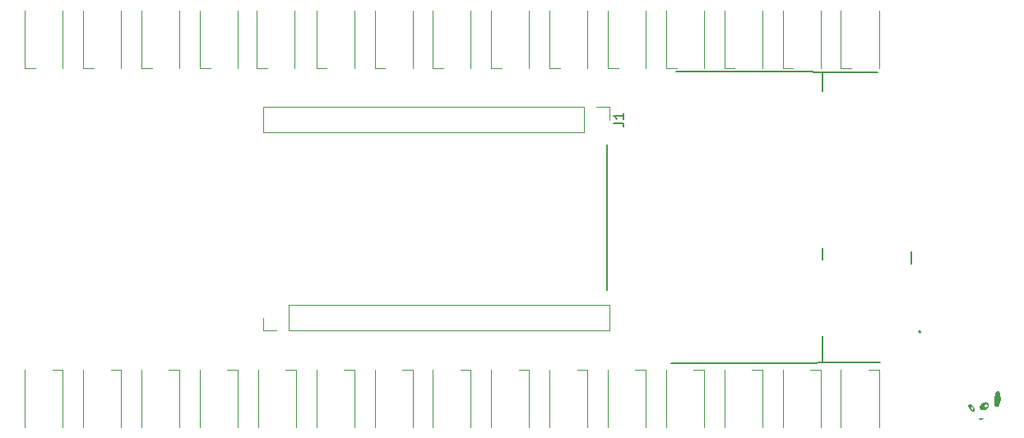
<source format=gbr>
G04 #@! TF.GenerationSoftware,KiCad,Pcbnew,5.1.2-f72e74a~84~ubuntu18.04.1*
G04 #@! TF.CreationDate,2019-08-10T16:00:54+02:00*
G04 #@! TF.ProjectId,roboy_2.0_forarm_shield,726f626f-795f-4322-9e30-5f666f726172,rev?*
G04 #@! TF.SameCoordinates,Original*
G04 #@! TF.FileFunction,Legend,Top*
G04 #@! TF.FilePolarity,Positive*
%FSLAX46Y46*%
G04 Gerber Fmt 4.6, Leading zero omitted, Abs format (unit mm)*
G04 Created by KiCad (PCBNEW 5.1.2-f72e74a~84~ubuntu18.04.1) date 2019-08-10 16:00:54*
%MOMM*%
%LPD*%
G04 APERTURE LIST*
%ADD10C,0.010000*%
%ADD11C,0.060000*%
%ADD12C,0.127000*%
%ADD13C,0.200000*%
%ADD14C,0.120000*%
%ADD15C,0.150000*%
G04 APERTURE END LIST*
D10*
G36*
X187918423Y-106401777D02*
G01*
X187956263Y-106405066D01*
X187976759Y-106408897D01*
X188028390Y-106425874D01*
X188073060Y-106449654D01*
X188110646Y-106479527D01*
X188141024Y-106514781D01*
X188164071Y-106554703D01*
X188179661Y-106598583D01*
X188187672Y-106645708D01*
X188187980Y-106695366D01*
X188180461Y-106746846D01*
X188164990Y-106799436D01*
X188141445Y-106852424D01*
X188109701Y-106905099D01*
X188071669Y-106954398D01*
X188022024Y-107005506D01*
X187967034Y-107050255D01*
X187907863Y-107088142D01*
X187845678Y-107118666D01*
X187781645Y-107141325D01*
X187716929Y-107155617D01*
X187652695Y-107161041D01*
X187598218Y-107158169D01*
X187543393Y-107147107D01*
X187494297Y-107128036D01*
X187451371Y-107101148D01*
X187432887Y-107085333D01*
X187401140Y-107051436D01*
X187378000Y-107016962D01*
X187362118Y-106979320D01*
X187352141Y-106935916D01*
X187350986Y-106928145D01*
X187348426Y-106873755D01*
X187355286Y-106818691D01*
X187370934Y-106763752D01*
X187384275Y-106733475D01*
X187749164Y-106733475D01*
X187751545Y-106755112D01*
X187764506Y-106799304D01*
X187785689Y-106838657D01*
X187814198Y-106872122D01*
X187849137Y-106898653D01*
X187889610Y-106917204D01*
X187890453Y-106917481D01*
X187910411Y-106921460D01*
X187937461Y-106923152D01*
X187955684Y-106922976D01*
X187979938Y-106921571D01*
X187998324Y-106918634D01*
X188015122Y-106913176D01*
X188032690Y-106905155D01*
X188069679Y-106881788D01*
X188100282Y-106851948D01*
X188123754Y-106817048D01*
X188139349Y-106778504D01*
X188146322Y-106737728D01*
X188143925Y-106696134D01*
X188143670Y-106694722D01*
X188130966Y-106652824D01*
X188109644Y-106614438D01*
X188080985Y-106581215D01*
X188046270Y-106554806D01*
X188027445Y-106544858D01*
X187997518Y-106535350D01*
X187962396Y-106530786D01*
X187925790Y-106531225D01*
X187891413Y-106536724D01*
X187873531Y-106542426D01*
X187838383Y-106561486D01*
X187807691Y-106587944D01*
X187782440Y-106620087D01*
X187763613Y-106656199D01*
X187752193Y-106694567D01*
X187749164Y-106733475D01*
X187384275Y-106733475D01*
X187394736Y-106709736D01*
X187426061Y-106657441D01*
X187464274Y-106607666D01*
X187508745Y-106561207D01*
X187558840Y-106518864D01*
X187613926Y-106481434D01*
X187673370Y-106449716D01*
X187736541Y-106424507D01*
X187754886Y-106418701D01*
X187791263Y-106410238D01*
X187832757Y-106404503D01*
X187876199Y-106401636D01*
X187918423Y-106401777D01*
X187918423Y-106401777D01*
G37*
X187918423Y-106401777D02*
X187956263Y-106405066D01*
X187976759Y-106408897D01*
X188028390Y-106425874D01*
X188073060Y-106449654D01*
X188110646Y-106479527D01*
X188141024Y-106514781D01*
X188164071Y-106554703D01*
X188179661Y-106598583D01*
X188187672Y-106645708D01*
X188187980Y-106695366D01*
X188180461Y-106746846D01*
X188164990Y-106799436D01*
X188141445Y-106852424D01*
X188109701Y-106905099D01*
X188071669Y-106954398D01*
X188022024Y-107005506D01*
X187967034Y-107050255D01*
X187907863Y-107088142D01*
X187845678Y-107118666D01*
X187781645Y-107141325D01*
X187716929Y-107155617D01*
X187652695Y-107161041D01*
X187598218Y-107158169D01*
X187543393Y-107147107D01*
X187494297Y-107128036D01*
X187451371Y-107101148D01*
X187432887Y-107085333D01*
X187401140Y-107051436D01*
X187378000Y-107016962D01*
X187362118Y-106979320D01*
X187352141Y-106935916D01*
X187350986Y-106928145D01*
X187348426Y-106873755D01*
X187355286Y-106818691D01*
X187370934Y-106763752D01*
X187384275Y-106733475D01*
X187749164Y-106733475D01*
X187751545Y-106755112D01*
X187764506Y-106799304D01*
X187785689Y-106838657D01*
X187814198Y-106872122D01*
X187849137Y-106898653D01*
X187889610Y-106917204D01*
X187890453Y-106917481D01*
X187910411Y-106921460D01*
X187937461Y-106923152D01*
X187955684Y-106922976D01*
X187979938Y-106921571D01*
X187998324Y-106918634D01*
X188015122Y-106913176D01*
X188032690Y-106905155D01*
X188069679Y-106881788D01*
X188100282Y-106851948D01*
X188123754Y-106817048D01*
X188139349Y-106778504D01*
X188146322Y-106737728D01*
X188143925Y-106696134D01*
X188143670Y-106694722D01*
X188130966Y-106652824D01*
X188109644Y-106614438D01*
X188080985Y-106581215D01*
X188046270Y-106554806D01*
X188027445Y-106544858D01*
X187997518Y-106535350D01*
X187962396Y-106530786D01*
X187925790Y-106531225D01*
X187891413Y-106536724D01*
X187873531Y-106542426D01*
X187838383Y-106561486D01*
X187807691Y-106587944D01*
X187782440Y-106620087D01*
X187763613Y-106656199D01*
X187752193Y-106694567D01*
X187749164Y-106733475D01*
X187384275Y-106733475D01*
X187394736Y-106709736D01*
X187426061Y-106657441D01*
X187464274Y-106607666D01*
X187508745Y-106561207D01*
X187558840Y-106518864D01*
X187613926Y-106481434D01*
X187673370Y-106449716D01*
X187736541Y-106424507D01*
X187754886Y-106418701D01*
X187791263Y-106410238D01*
X187832757Y-106404503D01*
X187876199Y-106401636D01*
X187918423Y-106401777D01*
G36*
X186293665Y-106592400D02*
G01*
X186311199Y-106594815D01*
X186327879Y-106600076D01*
X186346678Y-106608404D01*
X186396544Y-106636810D01*
X186446028Y-106674026D01*
X186494186Y-106718713D01*
X186540077Y-106769536D01*
X186582757Y-106825158D01*
X186621285Y-106884244D01*
X186654717Y-106945456D01*
X186682112Y-107007459D01*
X186702526Y-107068917D01*
X186715018Y-107128492D01*
X186715381Y-107131129D01*
X186718149Y-107174196D01*
X186714456Y-107212257D01*
X186704593Y-107244427D01*
X186688853Y-107269822D01*
X186667525Y-107287556D01*
X186663187Y-107289832D01*
X186635219Y-107298318D01*
X186603409Y-107299581D01*
X186571189Y-107293488D01*
X186570740Y-107293346D01*
X186527203Y-107275057D01*
X186482270Y-107247842D01*
X186436881Y-107212665D01*
X186391976Y-107170487D01*
X186348495Y-107122272D01*
X186307378Y-107068982D01*
X186269565Y-107011579D01*
X186235996Y-106951026D01*
X186235540Y-106950119D01*
X186210181Y-106895845D01*
X186201711Y-106873574D01*
X186355284Y-106873574D01*
X186355543Y-106901315D01*
X186358121Y-106929311D01*
X186362567Y-106952702D01*
X186372407Y-106982865D01*
X186386999Y-107017156D01*
X186404535Y-107051944D01*
X186423208Y-107083596D01*
X186438382Y-107105022D01*
X186469895Y-107140806D01*
X186501152Y-107168895D01*
X186531506Y-107189000D01*
X186560309Y-107200834D01*
X186586913Y-107204109D01*
X186610670Y-107198538D01*
X186626133Y-107188466D01*
X186640767Y-107171999D01*
X186650019Y-107152003D01*
X186654606Y-107126313D01*
X186655402Y-107100316D01*
X186651584Y-107061085D01*
X186641587Y-107020767D01*
X186626265Y-106980451D01*
X186606466Y-106941228D01*
X186583042Y-106904188D01*
X186556844Y-106870421D01*
X186528723Y-106841018D01*
X186499529Y-106817069D01*
X186470113Y-106799664D01*
X186441326Y-106789894D01*
X186414019Y-106788849D01*
X186412521Y-106789075D01*
X186390226Y-106797610D01*
X186371870Y-106814429D01*
X186361805Y-106831686D01*
X186357365Y-106849295D01*
X186355284Y-106873574D01*
X186201711Y-106873574D01*
X186191505Y-106846742D01*
X186178956Y-106800850D01*
X186171980Y-106756209D01*
X186170024Y-106718820D01*
X186170147Y-106693734D01*
X186171356Y-106675780D01*
X186174108Y-106661950D01*
X186178861Y-106649235D01*
X186181443Y-106643751D01*
X186192212Y-106626421D01*
X186205671Y-106610733D01*
X186211471Y-106605651D01*
X186221774Y-106598608D01*
X186231873Y-106594452D01*
X186244939Y-106592443D01*
X186264145Y-106591838D01*
X186270641Y-106591820D01*
X186293665Y-106592400D01*
X186293665Y-106592400D01*
G37*
X186293665Y-106592400D02*
X186311199Y-106594815D01*
X186327879Y-106600076D01*
X186346678Y-106608404D01*
X186396544Y-106636810D01*
X186446028Y-106674026D01*
X186494186Y-106718713D01*
X186540077Y-106769536D01*
X186582757Y-106825158D01*
X186621285Y-106884244D01*
X186654717Y-106945456D01*
X186682112Y-107007459D01*
X186702526Y-107068917D01*
X186715018Y-107128492D01*
X186715381Y-107131129D01*
X186718149Y-107174196D01*
X186714456Y-107212257D01*
X186704593Y-107244427D01*
X186688853Y-107269822D01*
X186667525Y-107287556D01*
X186663187Y-107289832D01*
X186635219Y-107298318D01*
X186603409Y-107299581D01*
X186571189Y-107293488D01*
X186570740Y-107293346D01*
X186527203Y-107275057D01*
X186482270Y-107247842D01*
X186436881Y-107212665D01*
X186391976Y-107170487D01*
X186348495Y-107122272D01*
X186307378Y-107068982D01*
X186269565Y-107011579D01*
X186235996Y-106951026D01*
X186235540Y-106950119D01*
X186210181Y-106895845D01*
X186201711Y-106873574D01*
X186355284Y-106873574D01*
X186355543Y-106901315D01*
X186358121Y-106929311D01*
X186362567Y-106952702D01*
X186372407Y-106982865D01*
X186386999Y-107017156D01*
X186404535Y-107051944D01*
X186423208Y-107083596D01*
X186438382Y-107105022D01*
X186469895Y-107140806D01*
X186501152Y-107168895D01*
X186531506Y-107189000D01*
X186560309Y-107200834D01*
X186586913Y-107204109D01*
X186610670Y-107198538D01*
X186626133Y-107188466D01*
X186640767Y-107171999D01*
X186650019Y-107152003D01*
X186654606Y-107126313D01*
X186655402Y-107100316D01*
X186651584Y-107061085D01*
X186641587Y-107020767D01*
X186626265Y-106980451D01*
X186606466Y-106941228D01*
X186583042Y-106904188D01*
X186556844Y-106870421D01*
X186528723Y-106841018D01*
X186499529Y-106817069D01*
X186470113Y-106799664D01*
X186441326Y-106789894D01*
X186414019Y-106788849D01*
X186412521Y-106789075D01*
X186390226Y-106797610D01*
X186371870Y-106814429D01*
X186361805Y-106831686D01*
X186357365Y-106849295D01*
X186355284Y-106873574D01*
X186201711Y-106873574D01*
X186191505Y-106846742D01*
X186178956Y-106800850D01*
X186171980Y-106756209D01*
X186170024Y-106718820D01*
X186170147Y-106693734D01*
X186171356Y-106675780D01*
X186174108Y-106661950D01*
X186178861Y-106649235D01*
X186181443Y-106643751D01*
X186192212Y-106626421D01*
X186205671Y-106610733D01*
X186211471Y-106605651D01*
X186221774Y-106598608D01*
X186231873Y-106594452D01*
X186244939Y-106592443D01*
X186264145Y-106591838D01*
X186270641Y-106591820D01*
X186293665Y-106592400D01*
D11*
G36*
X187624692Y-108031830D02*
G01*
X187628884Y-108037238D01*
X187629842Y-108045434D01*
X187625424Y-108050854D01*
X187613375Y-108058710D01*
X187595655Y-108068093D01*
X187574225Y-108078090D01*
X187551046Y-108087791D01*
X187528078Y-108096284D01*
X187507282Y-108102659D01*
X187505917Y-108103013D01*
X187462856Y-108110486D01*
X187414361Y-108112860D01*
X187363785Y-108110138D01*
X187317500Y-108102965D01*
X187290200Y-108097186D01*
X187271309Y-108092973D01*
X187259286Y-108089840D01*
X187252588Y-108087302D01*
X187249673Y-108084876D01*
X187248999Y-108082076D01*
X187248997Y-108081433D01*
X187250026Y-108073727D01*
X187253898Y-108069084D01*
X187262140Y-108067369D01*
X187276276Y-108068449D01*
X187297832Y-108072190D01*
X187314960Y-108075657D01*
X187373922Y-108085109D01*
X187427388Y-108087441D01*
X187477312Y-108082442D01*
X187525646Y-108069901D01*
X187574342Y-108049609D01*
X187579221Y-108047188D01*
X187601207Y-108036758D01*
X187615915Y-108031654D01*
X187624692Y-108031830D01*
X187624692Y-108031830D01*
G37*
X187624692Y-108031830D02*
X187628884Y-108037238D01*
X187629842Y-108045434D01*
X187625424Y-108050854D01*
X187613375Y-108058710D01*
X187595655Y-108068093D01*
X187574225Y-108078090D01*
X187551046Y-108087791D01*
X187528078Y-108096284D01*
X187507282Y-108102659D01*
X187505917Y-108103013D01*
X187462856Y-108110486D01*
X187414361Y-108112860D01*
X187363785Y-108110138D01*
X187317500Y-108102965D01*
X187290200Y-108097186D01*
X187271309Y-108092973D01*
X187259286Y-108089840D01*
X187252588Y-108087302D01*
X187249673Y-108084876D01*
X187248999Y-108082076D01*
X187248997Y-108081433D01*
X187250026Y-108073727D01*
X187253898Y-108069084D01*
X187262140Y-108067369D01*
X187276276Y-108068449D01*
X187297832Y-108072190D01*
X187314960Y-108075657D01*
X187373922Y-108085109D01*
X187427388Y-108087441D01*
X187477312Y-108082442D01*
X187525646Y-108069901D01*
X187574342Y-108049609D01*
X187579221Y-108047188D01*
X187601207Y-108036758D01*
X187615915Y-108031654D01*
X187624692Y-108031830D01*
D10*
G36*
X189178201Y-105229738D02*
G01*
X189198348Y-105231965D01*
X189215863Y-105235564D01*
X189231188Y-105241308D01*
X189244766Y-105249971D01*
X189257039Y-105262324D01*
X189268450Y-105279140D01*
X189279440Y-105301193D01*
X189290453Y-105329255D01*
X189301931Y-105364099D01*
X189314316Y-105406498D01*
X189328050Y-105457225D01*
X189343577Y-105517052D01*
X189344299Y-105519867D01*
X189361506Y-105592474D01*
X189375540Y-105664276D01*
X189386689Y-105737443D01*
X189395238Y-105814150D01*
X189401474Y-105896569D01*
X189405609Y-105984760D01*
X189406717Y-106018405D01*
X189407222Y-106044525D01*
X189406933Y-106065749D01*
X189405658Y-106084703D01*
X189403208Y-106104014D01*
X189399391Y-106126309D01*
X189394016Y-106154217D01*
X189392872Y-106160020D01*
X189376391Y-106238711D01*
X189358865Y-106313406D01*
X189340546Y-106383339D01*
X189321687Y-106447741D01*
X189302541Y-106505845D01*
X189283359Y-106556882D01*
X189264394Y-106600085D01*
X189245900Y-106634686D01*
X189228657Y-106659293D01*
X189217953Y-106672749D01*
X189203677Y-106691717D01*
X189187975Y-106713311D01*
X189177487Y-106728152D01*
X189151986Y-106762275D01*
X189128222Y-106789201D01*
X189106922Y-106808184D01*
X189089823Y-106818106D01*
X189077848Y-106820698D01*
X189060149Y-106822358D01*
X189045639Y-106822712D01*
X189029049Y-106821866D01*
X189013769Y-106819024D01*
X188996746Y-106813303D01*
X188974929Y-106803818D01*
X188965960Y-106799618D01*
X188943192Y-106787894D01*
X188921706Y-106775181D01*
X188904652Y-106763418D01*
X188898199Y-106757955D01*
X188875298Y-106729710D01*
X188855228Y-106691883D01*
X188837972Y-106644420D01*
X188823507Y-106587269D01*
X188814959Y-106541020D01*
X188812442Y-106523764D01*
X188810422Y-106505587D01*
X188808848Y-106485174D01*
X188807672Y-106461208D01*
X188806843Y-106432375D01*
X188806312Y-106397359D01*
X188806029Y-106354844D01*
X188805945Y-106303516D01*
X188805945Y-106302260D01*
X188806068Y-106245778D01*
X188806514Y-106197431D01*
X188807403Y-106155192D01*
X188808857Y-106117037D01*
X188810997Y-106080942D01*
X188813942Y-106044882D01*
X188817814Y-106006833D01*
X188822734Y-105964769D01*
X188828823Y-105916667D01*
X188829068Y-105914778D01*
X188838126Y-105857754D01*
X188850976Y-105795299D01*
X188867031Y-105729301D01*
X188885706Y-105661648D01*
X188906413Y-105594227D01*
X188928565Y-105528927D01*
X188951577Y-105467635D01*
X188974862Y-105412239D01*
X188997832Y-105364626D01*
X189003030Y-105354937D01*
X189030897Y-105310835D01*
X189061983Y-105273517D01*
X189062588Y-105272896D01*
X189085380Y-105251619D01*
X189106068Y-105237902D01*
X189127763Y-105230583D01*
X189153575Y-105228502D01*
X189178201Y-105229738D01*
X189178201Y-105229738D01*
G37*
X189178201Y-105229738D02*
X189198348Y-105231965D01*
X189215863Y-105235564D01*
X189231188Y-105241308D01*
X189244766Y-105249971D01*
X189257039Y-105262324D01*
X189268450Y-105279140D01*
X189279440Y-105301193D01*
X189290453Y-105329255D01*
X189301931Y-105364099D01*
X189314316Y-105406498D01*
X189328050Y-105457225D01*
X189343577Y-105517052D01*
X189344299Y-105519867D01*
X189361506Y-105592474D01*
X189375540Y-105664276D01*
X189386689Y-105737443D01*
X189395238Y-105814150D01*
X189401474Y-105896569D01*
X189405609Y-105984760D01*
X189406717Y-106018405D01*
X189407222Y-106044525D01*
X189406933Y-106065749D01*
X189405658Y-106084703D01*
X189403208Y-106104014D01*
X189399391Y-106126309D01*
X189394016Y-106154217D01*
X189392872Y-106160020D01*
X189376391Y-106238711D01*
X189358865Y-106313406D01*
X189340546Y-106383339D01*
X189321687Y-106447741D01*
X189302541Y-106505845D01*
X189283359Y-106556882D01*
X189264394Y-106600085D01*
X189245900Y-106634686D01*
X189228657Y-106659293D01*
X189217953Y-106672749D01*
X189203677Y-106691717D01*
X189187975Y-106713311D01*
X189177487Y-106728152D01*
X189151986Y-106762275D01*
X189128222Y-106789201D01*
X189106922Y-106808184D01*
X189089823Y-106818106D01*
X189077848Y-106820698D01*
X189060149Y-106822358D01*
X189045639Y-106822712D01*
X189029049Y-106821866D01*
X189013769Y-106819024D01*
X188996746Y-106813303D01*
X188974929Y-106803818D01*
X188965960Y-106799618D01*
X188943192Y-106787894D01*
X188921706Y-106775181D01*
X188904652Y-106763418D01*
X188898199Y-106757955D01*
X188875298Y-106729710D01*
X188855228Y-106691883D01*
X188837972Y-106644420D01*
X188823507Y-106587269D01*
X188814959Y-106541020D01*
X188812442Y-106523764D01*
X188810422Y-106505587D01*
X188808848Y-106485174D01*
X188807672Y-106461208D01*
X188806843Y-106432375D01*
X188806312Y-106397359D01*
X188806029Y-106354844D01*
X188805945Y-106303516D01*
X188805945Y-106302260D01*
X188806068Y-106245778D01*
X188806514Y-106197431D01*
X188807403Y-106155192D01*
X188808857Y-106117037D01*
X188810997Y-106080942D01*
X188813942Y-106044882D01*
X188817814Y-106006833D01*
X188822734Y-105964769D01*
X188828823Y-105916667D01*
X188829068Y-105914778D01*
X188838126Y-105857754D01*
X188850976Y-105795299D01*
X188867031Y-105729301D01*
X188885706Y-105661648D01*
X188906413Y-105594227D01*
X188928565Y-105528927D01*
X188951577Y-105467635D01*
X188974862Y-105412239D01*
X188997832Y-105364626D01*
X189003030Y-105354937D01*
X189030897Y-105310835D01*
X189061983Y-105273517D01*
X189062588Y-105272896D01*
X189085380Y-105251619D01*
X189106068Y-105237902D01*
X189127763Y-105230583D01*
X189153575Y-105228502D01*
X189178201Y-105229738D01*
D12*
X177100000Y-102300000D02*
X171170000Y-102300000D01*
X171170000Y-102300000D02*
X170600000Y-102300000D01*
X170600000Y-102300000D02*
X170550000Y-102350000D01*
X170550000Y-102350000D02*
X155550000Y-102350000D01*
X148950000Y-94850000D02*
X148950000Y-79900000D01*
X156100000Y-72350000D02*
X170200000Y-72350000D01*
X170200000Y-72350000D02*
X170250000Y-72400000D01*
X170250000Y-72400000D02*
X171170000Y-72400000D01*
X171170000Y-72400000D02*
X176850000Y-72400000D01*
X171170000Y-102300000D02*
X171170000Y-99550000D01*
X171170000Y-74350000D02*
X171170000Y-72400000D01*
X171170000Y-91750000D02*
X171170000Y-90500000D01*
X180260000Y-92100000D02*
X180260000Y-90850000D01*
D13*
X181250000Y-99150000D02*
G75*
G03X181250000Y-99150000I-100000J0D01*
G01*
D14*
X113550000Y-75970000D02*
X113550000Y-78630000D01*
X146630000Y-75970000D02*
X113550000Y-75970000D01*
X146630000Y-78630000D02*
X113550000Y-78630000D01*
X146630000Y-75970000D02*
X146630000Y-78630000D01*
X147900000Y-75970000D02*
X149230000Y-75970000D01*
X149230000Y-75970000D02*
X149230000Y-77300000D01*
X113570000Y-99030000D02*
X113570000Y-97700000D01*
X114900000Y-99030000D02*
X113570000Y-99030000D01*
X116170000Y-99030000D02*
X116170000Y-96370000D01*
X116170000Y-96370000D02*
X149250000Y-96370000D01*
X116170000Y-99030000D02*
X149250000Y-99030000D01*
X149250000Y-99030000D02*
X149250000Y-96370000D01*
X173050000Y-108950000D02*
X173050000Y-103050000D01*
X176950000Y-108950000D02*
X176950000Y-103050000D01*
X176950000Y-103050000D02*
X175875000Y-103050000D01*
X173050000Y-71950000D02*
X174125000Y-71950000D01*
X173050000Y-66050000D02*
X173050000Y-71950000D01*
X176950000Y-66050000D02*
X176950000Y-71950000D01*
X170950000Y-103050000D02*
X169875000Y-103050000D01*
X170950000Y-108950000D02*
X170950000Y-103050000D01*
X167050000Y-108950000D02*
X167050000Y-103050000D01*
X167050000Y-71950000D02*
X168125000Y-71950000D01*
X167050000Y-66050000D02*
X167050000Y-71950000D01*
X170950000Y-66050000D02*
X170950000Y-71950000D01*
X161050000Y-108950000D02*
X161050000Y-103050000D01*
X164950000Y-108950000D02*
X164950000Y-103050000D01*
X164950000Y-103050000D02*
X163875000Y-103050000D01*
X164950000Y-66050000D02*
X164950000Y-71950000D01*
X161050000Y-66050000D02*
X161050000Y-71950000D01*
X161050000Y-71950000D02*
X162125000Y-71950000D01*
X158950000Y-103050000D02*
X157875000Y-103050000D01*
X158950000Y-108950000D02*
X158950000Y-103050000D01*
X155050000Y-108950000D02*
X155050000Y-103050000D01*
X158950000Y-66050000D02*
X158950000Y-71950000D01*
X155050000Y-66050000D02*
X155050000Y-71950000D01*
X155050000Y-71950000D02*
X156125000Y-71950000D01*
X149050000Y-108950000D02*
X149050000Y-103050000D01*
X152950000Y-108950000D02*
X152950000Y-103050000D01*
X152950000Y-103050000D02*
X151875000Y-103050000D01*
X149050000Y-71950000D02*
X150125000Y-71950000D01*
X149050000Y-66050000D02*
X149050000Y-71950000D01*
X152950000Y-66050000D02*
X152950000Y-71950000D01*
X146950000Y-103050000D02*
X145875000Y-103050000D01*
X146950000Y-108950000D02*
X146950000Y-103050000D01*
X143050000Y-108950000D02*
X143050000Y-103050000D01*
X146950000Y-66050000D02*
X146950000Y-71950000D01*
X143050000Y-66050000D02*
X143050000Y-71950000D01*
X143050000Y-71950000D02*
X144125000Y-71950000D01*
X137050000Y-108950000D02*
X137050000Y-103050000D01*
X140950000Y-108950000D02*
X140950000Y-103050000D01*
X140950000Y-103050000D02*
X139875000Y-103050000D01*
X137050000Y-71950000D02*
X138125000Y-71950000D01*
X137050000Y-66050000D02*
X137050000Y-71950000D01*
X140950000Y-66050000D02*
X140950000Y-71950000D01*
X134950000Y-103050000D02*
X133875000Y-103050000D01*
X134950000Y-108950000D02*
X134950000Y-103050000D01*
X131050000Y-108950000D02*
X131050000Y-103050000D01*
X134950000Y-66050000D02*
X134950000Y-71950000D01*
X131050000Y-66050000D02*
X131050000Y-71950000D01*
X131050000Y-71950000D02*
X132125000Y-71950000D01*
X125050000Y-108950000D02*
X125050000Y-103050000D01*
X128950000Y-108950000D02*
X128950000Y-103050000D01*
X128950000Y-103050000D02*
X127875000Y-103050000D01*
X125050000Y-71950000D02*
X126125000Y-71950000D01*
X125050000Y-66050000D02*
X125050000Y-71950000D01*
X128950000Y-66050000D02*
X128950000Y-71950000D01*
X122950000Y-103050000D02*
X121875000Y-103050000D01*
X122950000Y-108950000D02*
X122950000Y-103050000D01*
X119050000Y-108950000D02*
X119050000Y-103050000D01*
X122950000Y-66050000D02*
X122950000Y-71950000D01*
X119050000Y-66050000D02*
X119050000Y-71950000D01*
X119050000Y-71950000D02*
X120125000Y-71950000D01*
X113050000Y-108950000D02*
X113050000Y-103050000D01*
X116950000Y-108950000D02*
X116950000Y-103050000D01*
X116950000Y-103050000D02*
X115875000Y-103050000D01*
X112925000Y-71950000D02*
X114000000Y-71950000D01*
X112925000Y-66050000D02*
X112925000Y-71950000D01*
X116825000Y-66050000D02*
X116825000Y-71950000D01*
X110950000Y-103050000D02*
X109875000Y-103050000D01*
X110950000Y-108950000D02*
X110950000Y-103050000D01*
X107050000Y-108950000D02*
X107050000Y-103050000D01*
X110950000Y-66050000D02*
X110950000Y-71950000D01*
X107050000Y-66050000D02*
X107050000Y-71950000D01*
X107050000Y-71950000D02*
X108125000Y-71950000D01*
X101050000Y-108950000D02*
X101050000Y-103050000D01*
X104950000Y-108950000D02*
X104950000Y-103050000D01*
X104950000Y-103050000D02*
X103875000Y-103050000D01*
X101050000Y-71950000D02*
X102125000Y-71950000D01*
X101050000Y-66050000D02*
X101050000Y-71950000D01*
X104950000Y-66050000D02*
X104950000Y-71950000D01*
X98950000Y-103050000D02*
X97875000Y-103050000D01*
X98950000Y-108950000D02*
X98950000Y-103050000D01*
X95050000Y-108950000D02*
X95050000Y-103050000D01*
X98950000Y-66050000D02*
X98950000Y-71950000D01*
X95050000Y-66050000D02*
X95050000Y-71950000D01*
X95050000Y-71950000D02*
X96125000Y-71950000D01*
X92950000Y-103050000D02*
X91875000Y-103050000D01*
X92950000Y-108950000D02*
X92950000Y-103050000D01*
X89050000Y-108950000D02*
X89050000Y-103050000D01*
X92950000Y-66050000D02*
X92950000Y-71950000D01*
X89050000Y-66050000D02*
X89050000Y-71950000D01*
X89050000Y-71950000D02*
X90125000Y-71950000D01*
D15*
X149682380Y-77633333D02*
X150396666Y-77633333D01*
X150539523Y-77680952D01*
X150634761Y-77776190D01*
X150682380Y-77919047D01*
X150682380Y-78014285D01*
X150682380Y-76633333D02*
X150682380Y-77204761D01*
X150682380Y-76919047D02*
X149682380Y-76919047D01*
X149825238Y-77014285D01*
X149920476Y-77109523D01*
X149968095Y-77204761D01*
M02*

</source>
